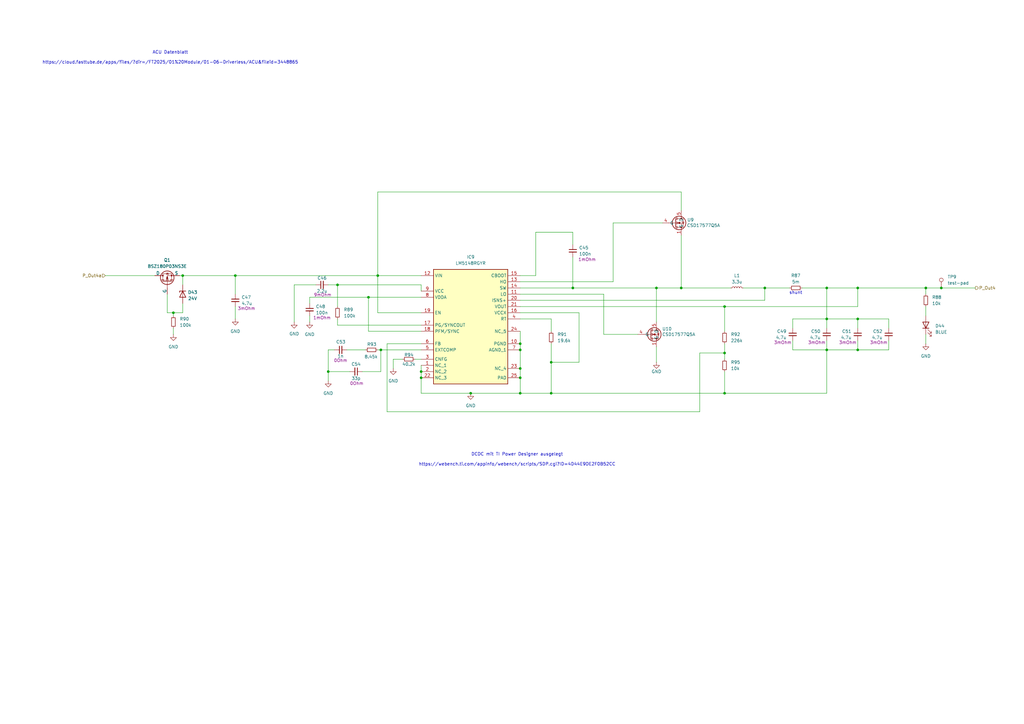
<source format=kicad_sch>
(kicad_sch (version 20231120) (generator "eeschema") (generator_version "8.0")
  (paper "A3")
  (title_block (title "PDU FT25") (date "2024-11-23") (rev "V1.1") (company "Janek Herm") (comment 1 "FaSTTUBe Electronics"))
  (lib_symbols
    (symbol "Connector:TestPoint" (pin_numbers hide) (pin_names (offset 0.762) hide)
      (property "Reference" "TP" (at 0 6.858 0))
      (property "Value" "TestPoint" (at 0 5.08 0))
      (symbol "TestPoint_0_1"
        (circle (center 0 3.302) (radius 0.762))
      )
      (symbol "TestPoint_1_1"
        (pin passive line (at 0 0 90) (length 2.54) (name "1") (number "1"))
      )
    )
    (symbol "Device:C_Small" (pin_numbers hide) (pin_names (offset 0.254) hide)
      (property "Reference" "C" (at 0.254 1.778 0))
      (property "Value" "C_Small" (at 0.254 -2.032 0))
      (symbol "C_Small_0_1"
        (polyline (pts (xy -1.524 -0.508) (xy 1.524 -0.508)) (stroke (width 0.3302)))
        (polyline (pts (xy -1.524 0.508) (xy 1.524 0.508)) (stroke (width 0.3048)))
      )
      (symbol "C_Small_1_1"
        (pin passive line (at 0 2.54 270) (length 2.032) (name "~") (number "1"))
        (pin passive line (at 0 -2.54 90) (length 2.032) (name "~") (number "2"))
      )
    )
    (symbol "Device:D_Zener" (pin_numbers hide) (pin_names (offset 1.016) hide)
      (property "Reference" "D" (at 0 2.54 0))
      (property "Value" "D_Zener" (at 0 -2.54 0))
      (symbol "D_Zener_0_1"
        (polyline (pts (xy 1.27 0) (xy -1.27 0)))
        (polyline (pts (xy -1.27 -1.27) (xy -1.27 1.27) (xy -0.762 1.27)) (stroke (width 0.254)))
        (polyline (pts (xy 1.27 -1.27) (xy 1.27 1.27) (xy -1.27 0) (xy 1.27 -1.27)) (stroke (width 0.254)))
      )
      (symbol "D_Zener_1_1"
        (pin passive line (at -3.81 0 0) (length 2.54) (name "K") (number "1"))
        (pin passive line (at 3.81 0 180) (length 2.54) (name "A") (number "2"))
      )
    )
    (symbol "Device:LED" (pin_numbers hide) (pin_names (offset 1.016) hide)
      (property "Reference" "D" (at 0 2.54 0))
      (property "Value" "LED" (at 0 -2.54 0))
      (symbol "LED_0_1"
        (polyline (pts (xy -1.27 -1.27) (xy -1.27 1.27)) (stroke (width 0.254)))
        (polyline (pts (xy -1.27 0) (xy 1.27 0)))
        (polyline (pts (xy 1.27 -1.27) (xy 1.27 1.27) (xy -1.27 0) (xy 1.27 -1.27)) (stroke (width 0.254)))
        (polyline (pts (xy -3.048 -0.762) (xy -4.572 -2.286) (xy -3.81 -2.286) (xy -4.572 -2.286) (xy -4.572 -1.524)))
        (polyline (pts (xy -1.778 -0.762) (xy -3.302 -2.286) (xy -2.54 -2.286) (xy -3.302 -2.286) (xy -3.302 -1.524)))
      )
      (symbol "LED_1_1"
        (pin passive line (at -3.81 0 0) (length 2.54) (name "K") (number "1"))
        (pin passive line (at 3.81 0 180) (length 2.54) (name "A") (number "2"))
      )
    )
    (symbol "Device:L_Small" (pin_numbers hide) (pin_names (offset 0.254) hide)
      (property "Reference" "L" (at 0.762 1.016 0))
      (property "Value" "L_Small" (at 0.762 -1.016 0))
      (symbol "L_Small_0_1"
        (arc (start 0 -2.032) (mid 0.5058 -1.524) (end 0 -1.016))
        (arc (start 0 -1.016) (mid 0.5058 -0.508) (end 0 0))
        (arc (start 0 0) (mid 0.5058 0.508) (end 0 1.016))
        (arc (start 0 1.016) (mid 0.5058 1.524) (end 0 2.032))
      )
      (symbol "L_Small_1_1"
        (pin passive line (at 0 2.54 270) (length 0.508) (name "~") (number "1"))
        (pin passive line (at 0 -2.54 90) (length 0.508) (name "~") (number "2"))
      )
    )
    (symbol "Device:R_Small" (pin_numbers hide) (pin_names (offset 0.254) hide)
      (property "Reference" "R" (at 0.762 0.508 0))
      (property "Value" "R_Small" (at 0.762 -1.016 0))
      (symbol "R_Small_0_1"
        (rectangle (start -0.762 1.778) (end 0.762 -1.778) (stroke (width 0.2032)))
      )
      (symbol "R_Small_1_1"
        (pin passive line (at 0 2.54 270) (length 0.762) (name "~") (number "1"))
        (pin passive line (at 0 -2.54 90) (length 0.762) (name "~") (number "2"))
      )
    )
    (symbol "FaSTTUBe_microcontrollers:NexFET"
      (property "Reference" "U" (at 0 5.588 0))
      (symbol "NexFET_0_1"
        (circle (center -0.889 -12.7) (radius 2.794) (stroke (width 0.254)))
        (circle (center 0 -14.478) (radius 0.254) (fill (type outline)))
        (circle (center 0 -10.922) (radius 0.254) (fill (type outline)))
        (polyline (pts (xy -2.286 -12.7) (xy -5.08 -12.7)))
        (polyline (pts (xy -2.286 -10.795) (xy -2.286 -14.605)) (stroke (width 0.254)))
        (polyline (pts (xy -1.778 -13.97) (xy -1.778 -14.986)) (stroke (width 0.254)))
        (polyline (pts (xy -1.778 -12.192) (xy -1.778 -13.208)) (stroke (width 0.254)))
        (polyline (pts (xy -1.778 -10.414) (xy -1.778 -11.43)) (stroke (width 0.254)))
        (polyline (pts (xy 0 -10.16) (xy 0 -10.922)))
        (polyline (pts (xy 0 -15.24) (xy 0 -12.7) (xy -1.778 -12.7)))
        (polyline (pts (xy -1.778 -14.478) (xy 0.762 -14.478) (xy 0.762 -10.922) (xy -1.778 -10.922)))
        (polyline (pts (xy -1.524 -12.7) (xy -0.508 -12.319) (xy -0.508 -13.081) (xy -1.524 -12.7)) (fill (type outline)))
        (polyline (pts (xy 0.254 -12.192) (xy 0.381 -12.319) (xy 1.143 -12.319) (xy 1.27 -12.446)))
        (polyline (pts (xy 0.762 -12.319) (xy 0.381 -12.954) (xy 1.143 -12.954) (xy 0.762 -12.319)))
      )
      (symbol "NexFET_1_1"
        (pin passive line (at 0 -17.78 90) (length 2.54) (name "S") (number "1"))
        (pin no_connect line (at 2.4303 -17.78 90) (length 2.54) hide (name "") (number "2"))
        (pin no_connect line (at 5.08 -17.78 90) (length 2.54) hide (name "") (number "3"))
        (pin input line (at -7.62 -12.7 0) (length 2.54) (name "G") (number "4"))
        (pin passive line (at 0 -7.62 270) (length 2.54) (name "D") (number "5"))
        (pin no_connect line (at 2.54 -7.62 270) (length 2.54) hide (name "") (number "6"))
        (pin no_connect line (at 5.08 -7.62 270) (length 2.54) hide (name "") (number "7"))
        (pin no_connect line (at 7.6324 -7.6022 270) (length 2.54) hide (name "") (number "8"))
        (pin no_connect line (at 10.2821 -7.6022 270) (length 2.54) hide (name "") (number "9"))
      )
    )
    (symbol "LM5148RGYR:LM5148RGYR"
      (property "Reference" "IC" (at 36.83 17.78 0))
      (property "Value" "LM5148RGYR" (at 36.83 15.24 0))
      (symbol "LM5148RGYR_1_1"
        (rectangle (start 5.08 12.7) (end 35.56 -34.29) (stroke (width 0.254)) (fill (type background)))
        (pin passive line (at 0 -26.67 0) (length 5.08) (name "NC_1") (number "1"))
        (pin passive line (at 40.64 -17.78 180) (length 5.08) (name "PGND") (number "10"))
        (pin passive line (at 40.64 2.54 180) (length 5.08) (name "LO") (number "11"))
        (pin passive line (at 0 10.16 0) (length 5.08) (name "VIN") (number "12"))
        (pin passive line (at 40.64 7.62 180) (length 5.08) (name "HO") (number "13"))
        (pin passive line (at 40.64 5.08 180) (length 5.08) (name "SW") (number "14"))
        (pin passive line (at 40.64 10.16 180) (length 5.08) (name "CBOOT") (number "15"))
        (pin passive line (at 40.64 -5.08 180) (length 5.08) (name "VCCX") (number "16"))
        (pin passive line (at 0 -10.16 0) (length 5.08) (name "PG/SYNCOUT") (number "17"))
        (pin passive line (at 0 -12.7 0) (length 5.08) (name "PFM/SYNC") (number "18"))
        (pin passive line (at 0 -5.08 0) (length 5.08) (name "EN") (number "19"))
        (pin passive line (at 0 -29.21 0) (length 5.08) (name "NC_2") (number "2"))
        (pin passive line (at 40.64 0 180) (length 5.08) (name "ISNS+") (number "20"))
        (pin passive line (at 40.64 -2.54 180) (length 5.08) (name "VOUT") (number "21"))
        (pin passive line (at 0 -31.75 0) (length 5.08) (name "NC_3") (number "22"))
        (pin passive line (at 40.64 -27.94 180) (length 5.08) (name "NC_4") (number "23"))
        (pin passive line (at 40.64 -12.7 180) (length 5.08) (name "NC_5") (number "24"))
        (pin passive line (at 40.64 -31.75 180) (length 5.08) (name "PAD") (number "25"))
        (pin passive line (at 0 -24.13 0) (length 5.08) (name "CNFG") (number "3"))
        (pin passive line (at 40.64 -7.62 180) (length 5.08) (name "RT") (number "4"))
        (pin passive line (at 0 -20.32 0) (length 5.08) (name "EXTCOMP") (number "5"))
        (pin passive line (at 0 -17.78 0) (length 5.08) (name "FB") (number "6"))
        (pin passive line (at 40.64 -20.32 180) (length 5.08) (name "AGND_1") (number "7"))
        (pin passive line (at 0 1.27 0) (length 5.08) (name "VDDA") (number "8"))
        (pin passive line (at 0 3.81 0) (length 5.08) (name "VCC") (number "9"))
      )
    )
    (symbol "Simulation_SPICE:PMOS" (pin_numbers hide) (pin_names (offset 0))
      (property "Reference" "Q" (at 5.08 1.27 0))
      (property "Value" "PMOS" (at 5.08 -1.27 0))
      (symbol "PMOS_0_1"
        (polyline (pts (xy 0.254 0) (xy -2.54 0)))
        (polyline (pts (xy 0.254 1.905) (xy 0.254 -1.905)) (stroke (width 0.254)))
        (polyline (pts (xy 0.762 -1.27) (xy 0.762 -2.286)) (stroke (width 0.254)))
        (polyline (pts (xy 0.762 0.508) (xy 0.762 -0.508)) (stroke (width 0.254)))
        (polyline (pts (xy 0.762 2.286) (xy 0.762 1.27)) (stroke (width 0.254)))
        (polyline (pts (xy 2.54 2.54) (xy 2.54 1.778)))
        (polyline (pts (xy 2.54 -2.54) (xy 2.54 0) (xy 0.762 0)))
        (polyline (pts (xy 0.762 1.778) (xy 3.302 1.778) (xy 3.302 -1.778) (xy 0.762 -1.778)))
        (polyline (pts (xy 2.286 0) (xy 1.27 0.381) (xy 1.27 -0.381) (xy 2.286 0)) (fill (type outline)))
        (polyline (pts (xy 2.794 -0.508) (xy 2.921 -0.381) (xy 3.683 -0.381) (xy 3.81 -0.254)))
        (polyline (pts (xy 3.302 -0.381) (xy 2.921 0.254) (xy 3.683 0.254) (xy 3.302 -0.381)))
        (circle (center 1.651 0) (radius 2.794) (stroke (width 0.254)))
        (circle (center 2.54 -1.778) (radius 0.254) (fill (type outline)))
        (circle (center 2.54 1.778) (radius 0.254) (fill (type outline)))
      )
      (symbol "PMOS_1_1"
        (pin passive line (at 2.54 5.08 270) (length 2.54) (name "D") (number "1"))
        (pin input line (at -5.08 0 0) (length 2.54) (name "G") (number "2"))
        (pin passive line (at 2.54 -5.08 90) (length 2.54) (name "S") (number "3"))
      )
    )
    (symbol "power:GND" (power) (pin_numbers hide) (pin_names (offset 0) hide)
      (property "Value" "GND" (at 0 -3.81 0))
      (symbol "GND_0_1"
        (polyline (pts (xy 0 0) (xy 0 -1.27) (xy 1.27 -1.27) (xy 0 -2.54) (xy -1.27 -1.27) (xy 0 -1.27)))
      )
      (symbol "GND_1_1"
        (pin power_in line (at 0 0 270) (length 0) (name "~") (number "1"))
      )
    )
  )
  (junction (at 279.4 118.11))
  (junction (at 351.79 130.81))
  (junction (at 351.79 118.11))
  (junction (at 172.72 152.4))
  (junction (at 339.09 143.51))
  (junction (at 172.72 154.94))
  (junction (at 386.08 118.11))
  (junction (at 213.36 161.29))
  (junction (at 379.73 118.11))
  (junction (at 193.04 161.29))
  (junction (at 96.52 113.03))
  (junction (at 213.36 143.51))
  (junction (at 269.24 118.11))
  (junction (at 226.06 161.29))
  (junction (at 151.13 121.92))
  (junction (at 71.12 128.27))
  (junction (at 297.18 125.73))
  (junction (at 297.18 144.78))
  (junction (at 156.21 143.51))
  (junction (at 213.36 140.97))
  (junction (at 213.36 151.13))
  (junction (at 313.69 118.11))
  (junction (at 213.36 154.94))
  (junction (at 138.43 116.84))
  (junction (at 234.95 118.11))
  (junction (at 74.93 113.03))
  (junction (at 154.94 113.03))
  (junction (at 226.06 148.59))
  (junction (at 339.09 118.11))
  (junction (at 297.18 161.29))
  (junction (at 339.09 130.81))
  (junction (at 351.79 143.51))
  (junction (at 134.62 152.4))
  (wire (pts (xy 226.06 130.81) (xy 226.06 135.89)))
  (wire (pts (xy 71.12 134.62) (xy 71.12 137.16)))
  (wire (pts (xy 339.09 130.81) (xy 351.79 130.81)))
  (wire (pts (xy 120.65 132.08) (xy 120.65 116.84)))
  (wire (pts (xy 297.18 152.4) (xy 297.18 161.29)))
  (wire (pts (xy 351.79 143.51) (xy 364.49 143.51)))
  (wire (pts (xy 213.36 128.27) (xy 237.49 128.27)))
  (wire (pts (xy 158.75 168.91) (xy 287.02 168.91)))
  (wire (pts (xy 127 121.92) (xy 127 124.46)))
  (wire (pts (xy 269.24 118.11) (xy 279.4 118.11)))
  (wire (pts (xy 226.06 148.59) (xy 226.06 161.29)))
  (wire (pts (xy 68.58 128.27) (xy 71.12 128.27)))
  (wire (pts (xy 172.72 154.94) (xy 172.72 161.29)))
  (wire (pts (xy 339.09 139.7) (xy 339.09 143.51)))
  (wire (pts (xy 379.73 118.11) (xy 386.08 118.11)))
  (wire (pts (xy 364.49 134.62) (xy 364.49 130.81)))
  (wire (pts (xy 154.94 78.74) (xy 279.4 78.74)))
  (wire (pts (xy 297.18 161.29) (xy 339.09 161.29)))
  (wire (pts (xy 127 121.92) (xy 151.13 121.92)))
  (wire (pts (xy 325.12 134.62) (xy 325.12 130.81)))
  (wire (pts (xy 96.52 113.03) (xy 154.94 113.03)))
  (wire (pts (xy 364.49 139.7) (xy 364.49 143.51)))
  (wire (pts (xy 339.09 143.51) (xy 339.09 161.29)))
  (wire (pts (xy 68.58 120.65) (xy 68.58 128.27)))
  (wire (pts (xy 269.24 118.11) (xy 269.24 132.08)))
  (wire (pts (xy 148.59 152.4) (xy 156.21 152.4)))
  (wire (pts (xy 154.94 113.03) (xy 172.72 113.03)))
  (wire (pts (xy 172.72 128.27) (xy 154.94 128.27)))
  (wire (pts (xy 96.52 125.73) (xy 96.52 130.81)))
  (wire (pts (xy 74.93 128.27) (xy 71.12 128.27)))
  (wire (pts (xy 213.36 161.29) (xy 213.36 154.94)))
  (wire (pts (xy 172.72 140.97) (xy 158.75 140.97)))
  (wire (pts (xy 234.95 95.25) (xy 234.95 100.33)))
  (wire (pts (xy 120.65 116.84) (xy 129.54 116.84)))
  (wire (pts (xy 325.12 143.51) (xy 325.12 139.7)))
  (wire (pts (xy 156.21 152.4) (xy 156.21 143.51)))
  (wire (pts (xy 74.93 113.03) (xy 96.52 113.03)))
  (wire (pts (xy 213.36 130.81) (xy 226.06 130.81)))
  (wire (pts (xy 379.73 137.16) (xy 379.73 140.97)))
  (wire (pts (xy 325.12 130.81) (xy 339.09 130.81)))
  (wire (pts (xy 74.93 124.46) (xy 74.93 128.27)))
  (wire (pts (xy 161.29 151.13) (xy 161.29 147.32)))
  (wire (pts (xy 313.69 118.11) (xy 323.85 118.11)))
  (wire (pts (xy 158.75 140.97) (xy 158.75 168.91)))
  (wire (pts (xy 339.09 130.81) (xy 339.09 134.62)))
  (wire (pts (xy 379.73 125.73) (xy 379.73 129.54)))
  (wire (pts (xy 213.36 143.51) (xy 213.36 151.13)))
  (wire (pts (xy 138.43 133.35) (xy 138.43 130.81)))
  (wire (pts (xy 351.79 134.62) (xy 351.79 130.81)))
  (wire (pts (xy 351.79 118.11) (xy 379.73 118.11)))
  (wire (pts (xy 313.69 123.19) (xy 313.69 118.11)))
  (wire (pts (xy 251.46 91.44) (xy 251.46 115.57)))
  (wire (pts (xy 386.08 118.11) (xy 400.05 118.11)))
  (wire (pts (xy 237.49 148.59) (xy 226.06 148.59)))
  (wire (pts (xy 351.79 130.81) (xy 364.49 130.81)))
  (wire (pts (xy 234.95 118.11) (xy 269.24 118.11)))
  (wire (pts (xy 73.66 113.03) (xy 74.93 113.03)))
  (wire (pts (xy 172.72 161.29) (xy 193.04 161.29)))
  (wire (pts (xy 154.94 113.03) (xy 154.94 78.74)))
  (wire (pts (xy 134.62 143.51) (xy 137.16 143.51)))
  (wire (pts (xy 247.65 120.65) (xy 213.36 120.65)))
  (wire (pts (xy 213.36 118.11) (xy 234.95 118.11)))
  (wire (pts (xy 219.71 113.03) (xy 219.71 95.25)))
  (wire (pts (xy 172.72 152.4) (xy 172.72 154.94)))
  (wire (pts (xy 138.43 125.73) (xy 138.43 116.84)))
  (wire (pts (xy 213.36 154.94) (xy 213.36 151.13)))
  (wire (pts (xy 213.36 113.03) (xy 219.71 113.03)))
  (wire (pts (xy 213.36 135.89) (xy 213.36 140.97)))
  (wire (pts (xy 279.4 78.74) (xy 279.4 86.36)))
  (wire (pts (xy 351.79 118.11) (xy 351.79 125.73)))
  (wire (pts (xy 74.93 113.03) (xy 74.93 116.84)))
  (wire (pts (xy 247.65 120.65) (xy 247.65 137.16)))
  (wire (pts (xy 351.79 139.7) (xy 351.79 143.51)))
  (wire (pts (xy 151.13 135.89) (xy 151.13 121.92)))
  (wire (pts (xy 127 129.54) (xy 127 132.08)))
  (wire (pts (xy 325.12 143.51) (xy 339.09 143.51)))
  (wire (pts (xy 339.09 118.11) (xy 339.09 130.81)))
  (wire (pts (xy 379.73 118.11) (xy 379.73 120.65)))
  (wire (pts (xy 219.71 95.25) (xy 234.95 95.25)))
  (wire (pts (xy 149.86 143.51) (xy 142.24 143.51)))
  (wire (pts (xy 297.18 140.97) (xy 297.18 144.78)))
  (wire (pts (xy 134.62 152.4) (xy 134.62 156.21)))
  (wire (pts (xy 297.18 125.73) (xy 297.18 135.89)))
  (wire (pts (xy 279.4 96.52) (xy 279.4 118.11)))
  (wire (pts (xy 134.62 143.51) (xy 134.62 152.4)))
  (wire (pts (xy 304.8 118.11) (xy 313.69 118.11)))
  (wire (pts (xy 161.29 147.32) (xy 165.1 147.32)))
  (wire (pts (xy 96.52 113.03) (xy 96.52 120.65)))
  (wire (pts (xy 172.72 121.92) (xy 151.13 121.92)))
  (wire (pts (xy 351.79 118.11) (xy 339.09 118.11)))
  (wire (pts (xy 154.94 143.51) (xy 156.21 143.51)))
  (wire (pts (xy 234.95 105.41) (xy 234.95 118.11)))
  (wire (pts (xy 287.02 168.91) (xy 287.02 144.78)))
  (wire (pts (xy 297.18 125.73) (xy 351.79 125.73)))
  (wire (pts (xy 138.43 116.84) (xy 172.72 116.84)))
  (wire (pts (xy 154.94 128.27) (xy 154.94 113.03)))
  (wire (pts (xy 339.09 143.51) (xy 351.79 143.51)))
  (wire (pts (xy 269.24 148.59) (xy 269.24 142.24)))
  (wire (pts (xy 172.72 133.35) (xy 138.43 133.35)))
  (wire (pts (xy 193.04 161.29) (xy 213.36 161.29)))
  (wire (pts (xy 172.72 116.84) (xy 172.72 119.38)))
  (wire (pts (xy 226.06 161.29) (xy 297.18 161.29)))
  (wire (pts (xy 172.72 135.89) (xy 151.13 135.89)))
  (wire (pts (xy 213.36 115.57) (xy 251.46 115.57)))
  (wire (pts (xy 170.18 147.32) (xy 172.72 147.32)))
  (wire (pts (xy 213.36 140.97) (xy 213.36 143.51)))
  (wire (pts (xy 71.12 129.54) (xy 71.12 128.27)))
  (wire (pts (xy 247.65 137.16) (xy 261.62 137.16)))
  (wire (pts (xy 226.06 140.97) (xy 226.06 148.59)))
  (wire (pts (xy 328.93 118.11) (xy 339.09 118.11)))
  (wire (pts (xy 279.4 118.11) (xy 299.72 118.11)))
  (wire (pts (xy 134.62 152.4) (xy 143.51 152.4)))
  (wire (pts (xy 297.18 144.78) (xy 297.18 147.32)))
  (wire (pts (xy 156.21 143.51) (xy 172.72 143.51)))
  (wire (pts (xy 287.02 144.78) (xy 297.18 144.78)))
  (wire (pts (xy 43.18 113.03) (xy 63.5 113.03)))
  (wire (pts (xy 213.36 125.73) (xy 297.18 125.73)))
  (wire (pts (xy 213.36 161.29) (xy 226.06 161.29)))
  (wire (pts (xy 172.72 149.86) (xy 172.72 152.4)))
  (wire (pts (xy 213.36 123.19) (xy 313.69 123.19)))
  (wire (pts (xy 251.46 91.44) (xy 271.78 91.44)))
  (wire (pts (xy 134.62 116.84) (xy 138.43 116.84)))
  (wire (pts (xy 237.49 128.27) (xy 237.49 148.59)))
  (text "ACU Datenblatt\n\nhttps://cloud.fasttube.de/apps/files/?dir=/FT2025/01%20Module/01-06-Driverless/ACU&fileid=3448865" (at 69.85 23.622 0) (effects (font (size 1.27 1.27))))
  (text "DCDC mit TI Power Designer ausgelegt\n\nhttps://webench.ti.com/appinfo/webench/scripts/SDP.cgi?ID=4D44E9DE2F0B52CC" (at 212.09 188.468 0) (effects (font (size 1.27 1.27))))
  (text "shunt" (at 326.39 120.142 0) (effects (font (size 1.27 1.27))))
  (hierarchical_label "P_Out4" (shape output) (at 400.05 118.11 0))
  (hierarchical_label "P_Out4a" (shape input) (at 43.18 113.03 180))
  (symbol (lib_id "power:GND") (at 269.24 148.59 0) (unit 1)
    (property "Reference" "#PWR0147" (effects (hide yes)))
    (property "Value" "GND" (at 267.208 152.3999 0) (effects (justify left)))
    (property "Description" "Power symbol creates a global label with name \"GND\" , ground" (effects (hide yes)))
  )
  (symbol (lib_id "Device:R_Small") (at 152.4 143.51 270) (unit 1)
    (property "Reference" "R93" (at 154.4319 141.224 90) (effects (justify right)))
    (property "Value" "8.45k" (at 154.9399 146.304 90) (effects (justify right)))
    (property "Footprint" "Resistor_SMD:R_0603_1608Metric" (effects (hide yes)))
    (property "Description" "63mW, 1% Tolerance" (effects (hide yes)))
  )
  (symbol (lib_id "FaSTTUBe_microcontrollers:NexFET") (at 269.24 124.46 0) (unit 1)
    (property "Reference" "U10" (at 273.558 134.874 0))
    (property "Value" "CSD17577Q5A" (at 278.384 137.16 0))
    (property "Footprint" "CSD17303Q5:CSD17303Q5" (effects (hide yes)))
    (property "Datasheet" "https://www.ti.com/lit/ds/symlink/csd17577q5a.pdf" (effects (hide yes)))
  )
  (symbol (lib_id "Device:D_Zener") (at 74.93 120.65 90) (mirror x) (unit 1)
    (property "Reference" "D43" (at 78.994 119.888 90))
    (property "Value" "24V" (at 78.994 122.428 90))
    (property "Footprint" "3SMAJ5934B-TP:DIOM5226X244N" (effects (hide yes)))
    (property "Datasheet" "https://www.mouser.de/datasheet/2/258/3SMAJ5918B_3SMAJ5956B_SMA_-3423242.pdf" (effects (hide yes)))
    (property "Description" "Zener diode" (effects (hide yes)))
    (property "MPR" "3SMAJ5934B-TP" (effects (hide yes)))
  )
  (symbol (lib_id "Device:R_Small") (at 226.06 138.43 180) (unit 1)
    (property "Reference" "R91" (at 228.6 137.1599 0) (effects (justify right)))
    (property "Value" "19.6k" (at 228.6 139.6999 0) (effects (justify right)))
    (property "Footprint" "Resistor_SMD:R_0603_1608Metric" (effects (hide yes)))
    (property "Description" "63mW, 1%" (effects (hide yes)))
  )
  (symbol (lib_id "power:GND") (at 379.73 140.97 0) (unit 1)
    (property "Reference" "#PWR0146" (effects (hide yes)))
    (property "Value" "GND" (at 379.73 146.05 0))
    (property "Description" "Power symbol creates a global label with name \"GND\" , ground" (effects (hide yes)))
  )
  (symbol (lib_id "Device:R_Small") (at 167.64 147.32 90) (unit 1)
    (property "Reference" "R94" (at 169.6719 145.542 90) (effects (justify left)))
    (property "Value" "40.2k" (at 170.4339 149.352 90) (effects (justify left)))
    (property "Footprint" "Resistor_SMD:R_0603_1608Metric" (effects (hide yes)))
    (property "Description" "100mW, 1% Tolerance" (effects (hide yes)))
  )
  (symbol (lib_id "Device:C_Small") (at 139.7 143.51 90) (unit 1)
    (property "Reference" "C53" (at 141.7382 140.208 90) (effects (justify left)))
    (property "Value" "1n" (at 140.9762 146.05 90) (effects (justify left)))
    (property "Footprint" "Capacitor_SMD:C_0603_1608Metric" (effects (hide yes)))
    (property "Description" "C0G / NP0, 50V" (effects (hide yes)))
    (property "Resistance" "0Ohm" (at 139.7 147.828 90))
  )
  (symbol (lib_id "Device:C_Small") (at 325.12 137.16 0) (mirror y) (unit 1)
    (property "Reference" "C49" (at 322.58 135.8962 0) (effects (justify left)))
    (property "Value" "4.7u" (at 322.58 138.4362 0) (effects (justify left)))
    (property "Footprint" "Capacitor_SMD:C_2220_5750Metric" (effects (hide yes)))
    (property "Description" "X7R, 50V" (effects (hide yes)))
    (property "Resistance" "3mOhm" (at 321.056 140.462 0))
  )
  (symbol (lib_id "power:GND") (at 134.62 156.21 0) (unit 1)
    (property "Reference" "#PWR0149" (effects (hide yes)))
    (property "Value" "GND" (at 134.62 161.29 0))
    (property "Description" "Power symbol creates a global label with name \"GND\" , ground" (effects (hide yes)))
  )
  (symbol (lib_id "Device:L_Small") (at 302.26 118.11 90) (unit 1)
    (property "Reference" "L1" (at 302.26 113.03 90))
    (property "Value" "3.3u" (at 302.26 115.57 90))
    (property "Footprint" "7443330330:WE-HCC_109021" (effects (hide yes)))
    (property "Datasheet" "https://www.we-online.com/components/products/datasheet/7443330330.pdf" (effects (hide yes)))
    (property "Description" "Inductor, small symbol" (effects (hide yes)))
    (property "MPR" "7443330330" (effects (hide yes)))
  )
  (symbol (lib_id "Device:R_Small") (at 379.73 123.19 0) (unit 1)
    (property "Reference" "R88" (at 382.27 121.9199 0) (effects (justify left)))
    (property "Value" "10k" (at 382.27 124.4599 0) (effects (justify left)))
    (property "Footprint" "Resistor_SMD:R_0603_1608Metric" (effects (hide yes)))
    (property "Description" "Resistor, small symbol" (effects (hide yes)))
  )
  (symbol (lib_id "Connector:TestPoint") (at 386.08 118.11 0) (unit 1)
    (property "Reference" "TP9" (at 388.62 113.5379 0) (effects (justify left)))
    (property "Value" "test-pad" (at 388.62 116.0779 0) (effects (justify left)))
    (property "Footprint" "5025:5025" (effects (hide yes)))
    (property "Description" "test point" (effects (hide yes)))
  )
  (symbol (lib_id "Device:R_Small") (at 71.12 132.08 0) (unit 1)
    (property "Reference" "R90" (at 73.66 130.8099 0) (effects (justify left)))
    (property "Value" "100k" (at 73.66 133.3499 0) (effects (justify left)))
    (property "Footprint" "Resistor_SMD:R_0603_1608Metric" (effects (hide yes)))
    (property "Description" "Resistor, small symbol" (effects (hide yes)))
  )
  (symbol (lib_id "Device:C_Small") (at 339.09 137.16 0) (mirror y) (unit 1)
    (property "Reference" "C50" (at 336.55 135.8962 0) (effects (justify left)))
    (property "Value" "4.7u" (at 336.55 138.4362 0) (effects (justify left)))
    (property "Footprint" "Capacitor_SMD:C_2220_5750Metric" (effects (hide yes)))
    (property "Description" "X7R, 50V" (effects (hide yes)))
    (property "Resistance" "3mOhm" (at 335.026 140.462 0))
  )
  (symbol (lib_id "Device:R_Small") (at 297.18 138.43 0) (unit 1)
    (property "Reference" "R92" (at 299.72 137.1599 0) (effects (justify left)))
    (property "Value" "226k" (at 299.72 139.6999 0) (effects (justify left)))
    (property "Footprint" "Resistor_SMD:R_0603_1608Metric" (effects (hide yes)))
    (property "Description" "63mW, 1%" (effects (hide yes)))
  )
  (symbol (lib_id "power:GND") (at 127 132.08 0) (unit 1)
    (property "Reference" "#PWR0144" (effects (hide yes)))
    (property "Value" "GND" (at 127 137.16 0))
    (property "Description" "Power symbol creates a global label with name \"GND\" , ground" (effects (hide yes)))
  )
  (symbol (lib_id "Device:C_Small") (at 351.79 137.16 0) (mirror y) (unit 1)
    (property "Reference" "C51" (at 349.25 135.8962 0) (effects (justify left)))
    (property "Value" "4.7u" (at 349.25 138.4362 0) (effects (justify left)))
    (property "Footprint" "Capacitor_SMD:C_2220_5750Metric" (effects (hide yes)))
    (property "Description" "X7R, 50V" (effects (hide yes)))
    (property "Resistance" "3mOhm" (at 347.726 140.462 0))
  )
  (symbol (lib_id "Device:R_Small") (at 138.43 128.27 0) (unit 1)
    (property "Reference" "R89" (at 140.97 126.9999 0) (effects (justify left)))
    (property "Value" "100k" (at 140.97 129.5399 0) (effects (justify left)))
    (property "Footprint" "Resistor_SMD:R_0603_1608Metric" (effects (hide yes)))
    (property "Description" "100mW, 1% Tolerance" (effects (hide yes)))
  )
  (symbol (lib_id "Device:C_Small") (at 146.05 152.4 270) (unit 1)
    (property "Reference" "C54" (at 146.0436 149.352 90))
    (property "Value" "33p" (at 146.0436 155.194 90))
    (property "Footprint" "Capacitor_SMD:C_0805_2012Metric" (effects (hide yes)))
    (property "Description" "C0G / NP0, 50V" (effects (hide yes)))
    (property "Resistance" "0Ohm" (at 146.304 157.226 90))
  )
  (symbol (lib_id "Simulation_SPICE:PMOS") (at 68.58 115.57 90) (unit 1)
    (property "Reference" "Q1" (at 68.58 106.68 90))
    (property "Value" "BSZ180P03NS3E" (at 68.58 109.22 90))
    (property "Footprint" "BSZ180P03NS3E:TSDSON-8-FL_INF" (effects (hide yes)))
    (property "Datasheet" "https://www.mouser.de/datasheet/2/196/Infineon_BSZ180P03NS3E_G_DS_v02_01_en-1731313.pdf" (effects (hide yes)))
    (property "Description" "P-MOSFET transistor, drain/source/gate" (effects (hide yes)))
    (property "Sim.Device" "PMOS" (effects (hide yes)))
    (property "Sim.Type" "VDMOS" (effects (hide yes)))
    (property "Sim.Pins" "1=D 2=G 3=S" (effects (hide yes)))
  )
  (symbol (lib_id "LM5148RGYR:LM5148RGYR") (at 172.72 123.19 0) (unit 1)
    (property "Reference" "IC9" (at 193.04 105.41 0))
    (property "Value" "LM5148RGYR" (at 193.04 107.95 0))
    (property "Footprint" "LM5148RGY:LM5148RGYR" (effects (hide yes)))
    (property "Datasheet" "https://www.ti.com/lit/ds/symlink/lm5148.pdf?ts=1680990210570&ref_url=https%253A%252F%252Fwww.ti.com%252Fproduct%252FLM5148" (effects (hide yes)))
    (property "Description" "Switching Controllers 3.5-V to 80-V, current mode synchronous buck controller" (effects (hide yes)))
    (property "Height" "1" (effects (hide yes)))
    (property "Mouser Part Number" "595-LM5148RGYR" (effects (hide yes)))
    (property "Mouser Price/Stock" "https://www.mouser.co.uk/ProductDetail/Texas-Instruments/LM5148RGYR?qs=Jm2GQyTW%2FbgsJOyzcNbTmw%3D%3D" (effects (hide yes)))
    (property "Manufacturer_Name" "Texas Instruments" (effects (hide yes)))
    (property "Manufacturer_Part_Number" "LM5148RGYR" (effects (hide yes)))
  )
  (symbol (lib_id "FaSTTUBe_microcontrollers:NexFET") (at 279.4 78.74 0) (unit 1)
    (property "Reference" "U9" (at 283.21 90.17 0))
    (property "Value" "CSD17577Q5A" (at 288.544 92.456 0))
    (property "Footprint" "CSD17303Q5:CSD17303Q5" (effects (hide yes)))
    (property "Datasheet" "https://www.ti.com/lit/ds/symlink/csd17577q5a.pdf" (effects (hide yes)))
  )
  (symbol (lib_id "Device:R_Small") (at 297.18 149.86 0) (unit 1)
    (property "Reference" "R95" (at 299.72 148.5899 0) (effects (justify left)))
    (property "Value" "10k" (at 299.72 151.1299 0) (effects (justify left)))
    (property "Footprint" "Resistor_SMD:R_0603_1608Metric" (effects (hide yes)))
    (property "Description" "63mW, 1%" (effects (hide yes)))
  )
  (symbol (lib_id "power:GND") (at 96.52 130.81 0) (unit 1)
    (property "Reference" "#PWR0142" (effects (hide yes)))
    (property "Value" "GND" (at 96.52 135.89 0))
    (property "Description" "Power symbol creates a global label with name \"GND\" , ground" (effects (hide yes)))
  )
  (symbol (lib_id "Device:LED") (at 379.73 133.35 90) (unit 1)
    (property "Reference" "D44" (at 383.54 133.6674 90) (effects (justify right)))
    (property "Value" "BLUE" (at 383.54 136.2074 90) (effects (justify right)))
    (property "Footprint" "LED_SMD:LED_0603_1608Metric" (effects (hide yes)))
    (property "Datasheet" "https://www.we-online.com/components/products/datasheet/150060BS75000.pdf" (effects (hide yes)))
    (property "Description" "Light emitting diode" (effects (hide yes)))
    (property "MPR" "150060BS75000" (effects (hide yes)))
  )
  (symbol (lib_id "power:GND") (at 193.04 161.29 0) (unit 1)
    (property "Reference" "#PWR0150" (effects (hide yes)))
    (property "Value" "GND" (at 193.04 166.37 0))
    (property "Description" "Power symbol creates a global label with name \"GND\" , ground" (effects (hide yes)))
  )
  (symbol (lib_id "Device:C_Small") (at 132.08 116.84 90) (unit 1)
    (property "Reference" "C46" (at 132.0863 114.046 90))
    (property "Value" "2.2u" (at 132.0863 119.38 90))
    (property "Footprint" "Capacitor_SMD:C_0603_1608Metric" (effects (hide yes)))
    (property "Description" "X7R, 10V" (effects (hide yes)))
    (property "Resistance" "9mOhm" (at 132.334 120.904 90))
    (property "MPR" "GRM188R71A225KE15D" (effects (hide yes)))
  )
  (symbol (lib_id "power:GND") (at 71.12 137.16 0) (unit 1)
    (property "Reference" "#PWR0145" (effects (hide yes)))
    (property "Value" "GND" (at 71.12 142.24 0))
    (property "Description" "Power symbol creates a global label with name \"GND\" , ground" (effects (hide yes)))
  )
  (symbol (lib_id "Device:R_Small") (at 326.39 118.11 90) (unit 1)
    (property "Reference" "R87" (at 326.39 113.03 90))
    (property "Value" "5m" (at 326.39 115.57 90))
    (property "Footprint" "Resistor_SMD:R_2512_6332Metric" (effects (hide yes)))
    (property "Description" "Resistor, small symbol" (effects (hide yes)))
    (property "MPR" "MFSA1206R0050FCM" (effects (hide yes)))
  )
  (symbol (lib_id "Device:C_Small") (at 127 127 0) (unit 1)
    (property "Reference" "C48" (at 129.54 125.7362 0) (effects (justify left)))
    (property "Value" "100n" (at 129.54 128.2762 0) (effects (justify left)))
    (property "Footprint" "Capacitor_SMD:C_0603_1608Metric" (effects (hide yes)))
    (property "Description" "X7R, 10V" (effects (hide yes)))
    (property "Resistance" "1mOhm" (at 132.08 130.302 0))
    (property "MPR" "GRM155R71A104KA01D" (effects (hide yes)))
  )
  (symbol (lib_id "Device:C_Small") (at 234.95 102.87 0) (unit 1)
    (property "Reference" "C45" (at 237.49 101.6062 0) (effects (justify left)))
    (property "Value" "100n" (at 237.49 104.1462 0) (effects (justify left)))
    (property "Footprint" "Capacitor_SMD:C_0603_1608Metric" (effects (hide yes)))
    (property "Description" "X7R, 10V" (effects (hide yes)))
    (property "Resistance" "1mOhm" (at 240.792 106.426 0))
  )
  (symbol (lib_id "Device:C_Small") (at 96.52 123.19 0) (unit 1)
    (property "Reference" "C47" (at 99.06 121.9262 0) (effects (justify left)))
    (property "Value" "4.7u" (at 99.06 124.4662 0) (effects (justify left)))
    (property "Footprint" "Capacitor_SMD:C_2220_5750Metric" (effects (hide yes)))
    (property "Description" "X7R, 50V" (effects (hide yes)))
    (property "Resistance" "3mOhm" (at 101.092 126.492 0))
    (property "MPR" "GRM31CR71H475KA12L" (effects (hide yes)))
  )
  (symbol (lib_id "power:GND") (at 120.65 132.08 0) (unit 1)
    (property "Reference" "#PWR0143" (effects (hide yes)))
    (property "Value" "GND" (at 118.618 136.9059 0) (effects (justify left)))
    (property "Description" "Power symbol creates a global label with name \"GND\" , ground" (effects (hide yes)))
  )
  (symbol (lib_id "power:GND") (at 161.29 151.13 0) (unit 1)
    (property "Reference" "#PWR0148" (effects (hide yes)))
    (property "Value" "GND" (at 161.29 156.21 0))
    (property "Description" "Power symbol creates a global label with name \"GND\" , ground" (effects (hide yes)))
  )
  (symbol (lib_id "Device:C_Small") (at 364.49 137.16 0) (mirror y) (unit 1)
    (property "Reference" "C52" (at 361.95 135.8962 0) (effects (justify left)))
    (property "Value" "4.7u" (at 361.95 138.4362 0) (effects (justify left)))
    (property "Footprint" "Capacitor_SMD:C_2220_5750Metric" (effects (hide yes)))
    (property "Description" "X7R, 50V" (effects (hide yes)))
    (property "Resistance" "3mOhm" (at 360.426 140.462 0))
  )
)
</source>
